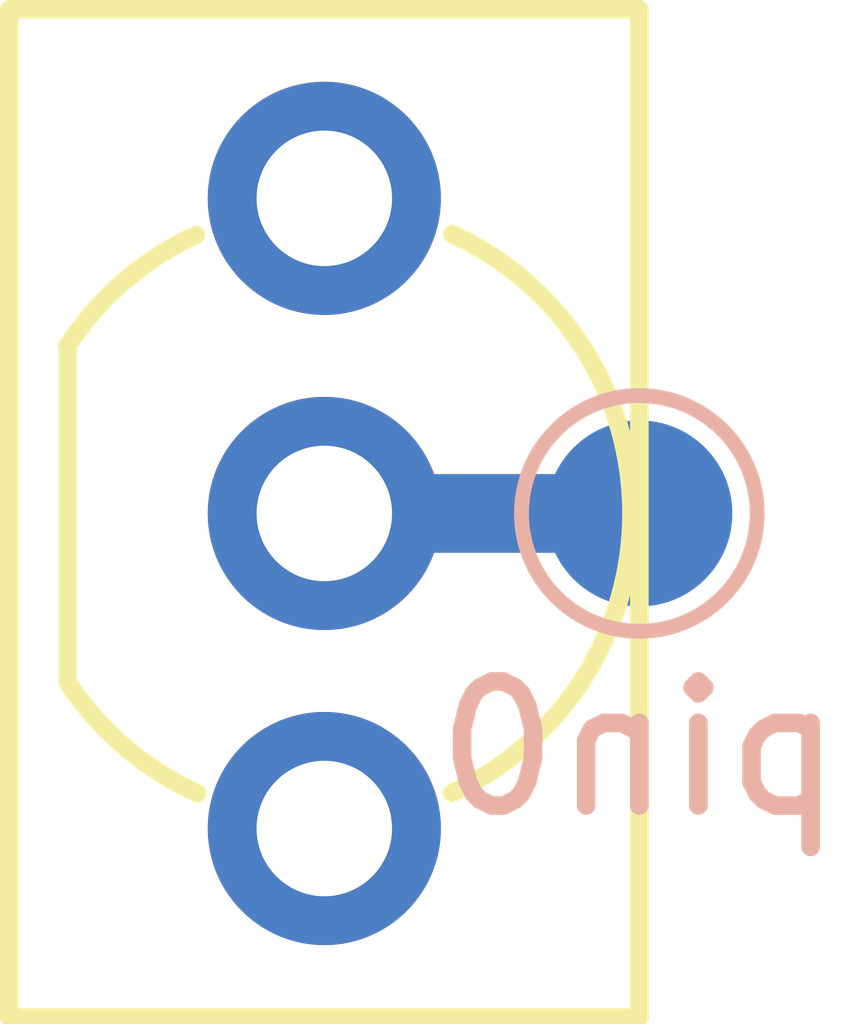
<source format=kicad_pcb>
(kicad_pcb (version 20171130) (host pcbnew "(5.1.9-0-10_14)")

  (general
    (thickness 1.6)
    (drawings 1)
    (tracks 1)
    (zones 0)
    (modules 2)
    (nets 4)
  )

  (page A4)
  (layers
    (0 F.Cu signal)
    (31 B.Cu signal)
    (32 B.Adhes user)
    (33 F.Adhes user)
    (34 B.Paste user)
    (35 F.Paste user)
    (36 B.SilkS user)
    (37 F.SilkS user)
    (38 B.Mask user)
    (39 F.Mask user)
    (40 Dwgs.User user)
    (41 Cmts.User user)
    (42 Eco1.User user)
    (43 Eco2.User user)
    (44 Edge.Cuts user)
    (45 Margin user)
    (46 B.CrtYd user hide)
    (47 F.CrtYd user hide)
    (48 B.Fab user hide)
    (49 F.Fab user hide)
  )

  (setup
    (last_trace_width 0.1524)
    (user_trace_width 0.1524)
    (user_trace_width 0.254)
    (user_trace_width 0.4064)
    (user_trace_width 0.635)
    (trace_clearance 0.1524)
    (zone_clearance 0.508)
    (zone_45_only no)
    (trace_min 0.1524)
    (via_size 0.6858)
    (via_drill 0.3048)
    (via_min_size 0.6858)
    (via_min_drill 0.3048)
    (uvia_size 0.3048)
    (uvia_drill 0.1524)
    (uvias_allowed no)
    (uvia_min_size 0.2)
    (uvia_min_drill 0.1)
    (edge_width 0.15)
    (segment_width 0.15)
    (pcb_text_width 0.3)
    (pcb_text_size 1.5 1.5)
    (mod_edge_width 0.15)
    (mod_text_size 1 1)
    (mod_text_width 0.15)
    (pad_size 1.8796 1.8796)
    (pad_drill 1.0922)
    (pad_to_mask_clearance 0.2)
    (aux_axis_origin 0 0)
    (visible_elements FFFFFF7F)
    (pcbplotparams
      (layerselection 0x010fc_ffffffff)
      (usegerberextensions false)
      (usegerberattributes false)
      (usegerberadvancedattributes false)
      (creategerberjobfile false)
      (excludeedgelayer true)
      (linewidth 0.100000)
      (plotframeref false)
      (viasonmask false)
      (mode 1)
      (useauxorigin false)
      (hpglpennumber 1)
      (hpglpenspeed 20)
      (hpglpendiameter 15.000000)
      (psnegative false)
      (psa4output false)
      (plotreference true)
      (plotvalue true)
      (plotinvisibletext false)
      (padsonsilk false)
      (subtractmaskfromsilk false)
      (outputformat 1)
      (mirror false)
      (drillshape 1)
      (scaleselection 1)
      (outputdirectory ""))
  )

  (net 0 "")
  (net 1 "Net-(Pin0-Pad1)")
  (net 2 GND)
  (net 3 +3V3)

  (net_class Default "This is the default net class."
    (clearance 0.1524)
    (trace_width 0.1524)
    (via_dia 0.6858)
    (via_drill 0.3048)
    (uvia_dia 0.3048)
    (uvia_drill 0.1524)
    (diff_pair_width 0.1524)
    (diff_pair_gap 0.1524)
    (add_net +3V3)
    (add_net GND)
    (add_net "Net-(Pin0-Pad1)")
  )

  (module Switch_Thonk:SW_SPDT_Dailywell (layer F.Cu) (tedit 623B6061) (tstamp 608ACBB9)
    (at 0 0)
    (path /5FD259E4)
    (fp_text reference ZZ1 (at 0 5.08) (layer F.SilkS) hide
      (effects (font (size 1 1) (thickness 0.15)))
    )
    (fp_text value SW_SPDT (at 0 -5.08) (layer F.Fab)
      (effects (font (size 1 1) (thickness 0.15)))
    )
    (fp_line (start -2.0701 -1.35128) (end -2.0701 1.35128) (layer F.SilkS) (width 0.15))
    (fp_line (start 2.54 -4.064) (end 2.54 4.064) (layer F.SilkS) (width 0.15))
    (fp_line (start -2.54 -4.064) (end -2.54 4.064) (layer F.SilkS) (width 0.15))
    (fp_line (start -2.54 4.064) (end 2.54 4.064) (layer F.SilkS) (width 0.15))
    (fp_line (start -2.54 -4.064) (end 2.54 -4.064) (layer F.SilkS) (width 0.15))
    (fp_arc (start 0 0) (end 2.4765 0) (angle -65.38985762) (layer F.SilkS) (width 0.15))
    (fp_arc (start 0 0) (end -1.033779 -2.245359) (angle -32.27419574) (layer F.SilkS) (width 0.15))
    (fp_arc (start 0 0) (end 2.4765 0) (angle 65.4) (layer F.SilkS) (width 0.15))
    (fp_arc (start 0 0) (end -2.070099 1.358899) (angle -32.3) (layer F.SilkS) (width 0.15))
    (pad 2 thru_hole circle (at 0 0) (size 1.8796 1.8796) (drill 1.0922) (layers *.Cu *.Mask)
      (net 1 "Net-(Pin0-Pad1)"))
    (pad 3 thru_hole circle (at 0 -2.54) (size 1.8796 1.8796) (drill 1.0922) (layers *.Cu *.Mask)
      (net 2 GND))
    (pad 1 thru_hole circle (at 0 2.54) (size 1.8796 1.8796) (drill 1.0922) (layers *.Cu *.Mask)
      (net 3 +3V3))
  )

  (module TestPoint:TestPoint_Pad_D1.5mm (layer B.Cu) (tedit 5A0F774F) (tstamp 623B5C45)
    (at 2.54 0 180)
    (descr "SMD pad as test Point, diameter 1.5mm")
    (tags "test point SMD pad")
    (path /60B942BC)
    (attr virtual)
    (fp_text reference Pin0 (at 0 1.648) (layer B.SilkS) hide
      (effects (font (size 1 1) (thickness 0.15)) (justify mirror))
    )
    (fp_text value TestPoint (at 0 -1.75) (layer B.Fab)
      (effects (font (size 1 1) (thickness 0.15)) (justify mirror))
    )
    (fp_circle (center 0 0) (end 0 -0.95) (layer B.SilkS) (width 0.12))
    (fp_circle (center 0 0) (end 1.25 0) (layer B.CrtYd) (width 0.05))
    (fp_text user %R (at 0 1.65) (layer B.Fab)
      (effects (font (size 1 1) (thickness 0.15)) (justify mirror))
    )
    (pad 1 smd circle (at 0 0 180) (size 1.5 1.5) (layers B.Cu B.Mask)
      (net 1 "Net-(Pin0-Pad1)"))
  )

  (gr_text pin0 (at 2.54 1.9) (layer B.SilkS) (tstamp 60BA58BD)
    (effects (font (size 1 1) (thickness 0.15)) (justify mirror))
  )

  (segment (start 2.54 0) (end 0 0) (width 0.635) (layer B.Cu) (net 1))

)

</source>
